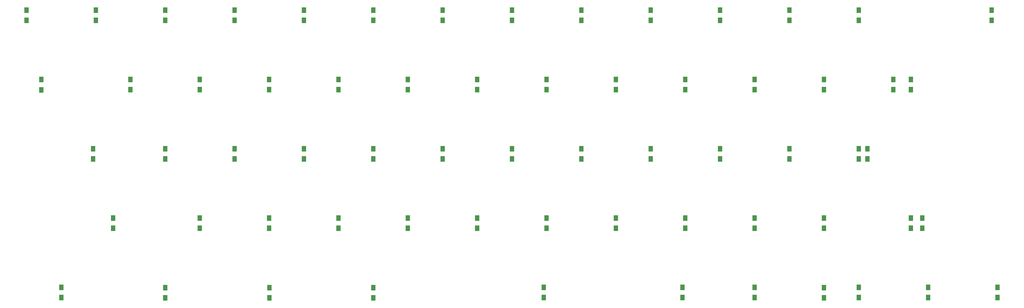
<source format=gtp>
G04 #@! TF.GenerationSoftware,KiCad,Pcbnew,(5.1.10)-1*
G04 #@! TF.CreationDate,2022-02-10T09:54:13+11:00*
G04 #@! TF.ProjectId,mf68,6d663638-2e6b-4696-9361-645f70636258,rev?*
G04 #@! TF.SameCoordinates,Original*
G04 #@! TF.FileFunction,Paste,Top*
G04 #@! TF.FilePolarity,Positive*
%FSLAX46Y46*%
G04 Gerber Fmt 4.6, Leading zero omitted, Abs format (unit mm)*
G04 Created by KiCad (PCBNEW (5.1.10)-1) date 2022-02-10 09:54:13*
%MOMM*%
%LPD*%
G01*
G04 APERTURE LIST*
%ADD10R,1.200000X1.600000*%
G04 APERTURE END LIST*
D10*
X317500000Y-68381250D03*
X317500000Y-71181250D03*
X298435400Y-125574150D03*
X298435400Y-128374150D03*
X319054800Y-144581250D03*
X319054800Y-147381250D03*
X300006000Y-144581250D03*
X300006000Y-147381250D03*
X280987500Y-144581250D03*
X280987500Y-147381250D03*
X271432800Y-144650000D03*
X271432800Y-147450000D03*
X252384000Y-144581250D03*
X252384000Y-147381250D03*
X232568750Y-144581250D03*
X232568750Y-147381250D03*
X194468750Y-144581250D03*
X194468750Y-147381250D03*
X147637500Y-144650000D03*
X147637500Y-147450000D03*
X119062500Y-144650000D03*
X119062500Y-147450000D03*
X90487500Y-144650000D03*
X90487500Y-147450000D03*
X61912500Y-144581250D03*
X61912500Y-147381250D03*
X295243800Y-87431250D03*
X295243800Y-90231250D03*
X295243800Y-125566950D03*
X295243800Y-128366950D03*
X271432800Y-125566950D03*
X271432800Y-128366950D03*
X252384000Y-125566950D03*
X252384000Y-128366950D03*
X233335200Y-125566950D03*
X233335200Y-128366950D03*
X214286400Y-125566950D03*
X214286400Y-128366950D03*
X195237600Y-125566950D03*
X195237600Y-128366950D03*
X176188800Y-125566950D03*
X176188800Y-128366950D03*
X157140000Y-125566950D03*
X157140000Y-128366950D03*
X138091200Y-125566950D03*
X138091200Y-128366950D03*
X119042400Y-125566950D03*
X119042400Y-128366950D03*
X99993600Y-125566950D03*
X99993600Y-128366950D03*
X76182600Y-125566950D03*
X76182600Y-128366950D03*
X283368750Y-106518150D03*
X283368750Y-109318150D03*
X280987500Y-106518150D03*
X280987500Y-109318150D03*
X261908400Y-106518150D03*
X261908400Y-109318150D03*
X242859600Y-106518150D03*
X242859600Y-109318150D03*
X223810800Y-106518150D03*
X223810800Y-109318150D03*
X204762000Y-106518150D03*
X204762000Y-109318150D03*
X185713200Y-106518150D03*
X185713200Y-109318150D03*
X166664400Y-106518150D03*
X166664400Y-109318150D03*
X147615600Y-106518150D03*
X147615600Y-109318150D03*
X128566800Y-106518150D03*
X128566800Y-109318150D03*
X109518000Y-106518150D03*
X109518000Y-109318150D03*
X90469200Y-106518150D03*
X90469200Y-109318150D03*
X70643750Y-106481250D03*
X70643750Y-109281250D03*
X290481600Y-87469350D03*
X290481600Y-90269350D03*
X271432800Y-87469350D03*
X271432800Y-90269350D03*
X252384000Y-87469350D03*
X252384000Y-90269350D03*
X233335200Y-87469350D03*
X233335200Y-90269350D03*
X214286400Y-87469350D03*
X214286400Y-90269350D03*
X195237600Y-87469350D03*
X195237600Y-90269350D03*
X176188800Y-87469350D03*
X176188800Y-90269350D03*
X157140000Y-87469350D03*
X157140000Y-90269350D03*
X138091200Y-87469350D03*
X138091200Y-90269350D03*
X119042400Y-87469350D03*
X119042400Y-90269350D03*
X99993600Y-87469350D03*
X99993600Y-90269350D03*
X80944800Y-87469350D03*
X80944800Y-90269350D03*
X56400000Y-87485946D03*
X56400000Y-90285946D03*
X280957200Y-68420550D03*
X280957200Y-71220550D03*
X261908400Y-68420550D03*
X261908400Y-71220550D03*
X242859600Y-68420550D03*
X242859600Y-71220550D03*
X223810800Y-68420550D03*
X223810800Y-71220550D03*
X204762000Y-68420550D03*
X204762000Y-71220550D03*
X185713200Y-68420550D03*
X185713200Y-71220550D03*
X166664400Y-68420550D03*
X166664400Y-71220550D03*
X147615600Y-68420550D03*
X147615600Y-71220550D03*
X128566800Y-68420550D03*
X128566800Y-71220550D03*
X109518000Y-68420550D03*
X109518000Y-71220550D03*
X90487500Y-68420550D03*
X90487500Y-71220550D03*
X71437500Y-68381250D03*
X71437500Y-71181250D03*
X52387500Y-68381250D03*
X52387500Y-71181250D03*
M02*

</source>
